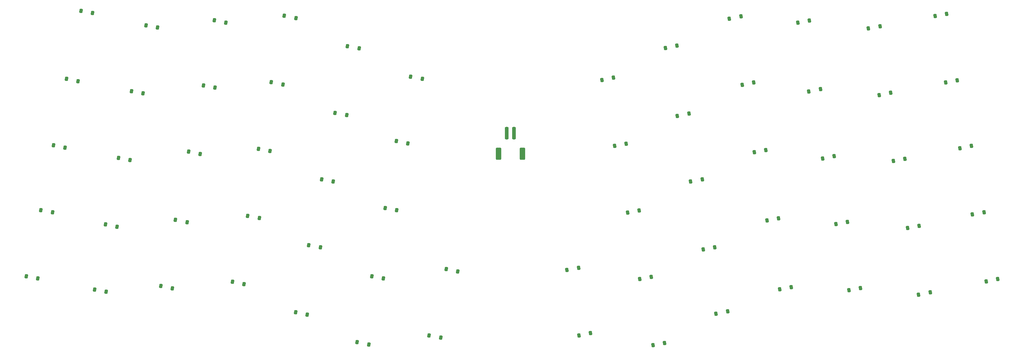
<source format=gbr>
%TF.GenerationSoftware,KiCad,Pcbnew,7.0.1-0*%
%TF.CreationDate,2024-04-27T23:40:22-07:00*%
%TF.ProjectId,swing-atreus,7377696e-672d-4617-9472-6575732e6b69,rev?*%
%TF.SameCoordinates,Original*%
%TF.FileFunction,Paste,Top*%
%TF.FilePolarity,Positive*%
%FSLAX46Y46*%
G04 Gerber Fmt 4.6, Leading zero omitted, Abs format (unit mm)*
G04 Created by KiCad (PCBNEW 7.0.1-0) date 2024-04-27 23:40:22*
%MOMM*%
%LPD*%
G01*
G04 APERTURE LIST*
G04 Aperture macros list*
%AMRoundRect*
0 Rectangle with rounded corners*
0 $1 Rounding radius*
0 $2 $3 $4 $5 $6 $7 $8 $9 X,Y pos of 4 corners*
0 Add a 4 corners polygon primitive as box body*
4,1,4,$2,$3,$4,$5,$6,$7,$8,$9,$2,$3,0*
0 Add four circle primitives for the rounded corners*
1,1,$1+$1,$2,$3*
1,1,$1+$1,$4,$5*
1,1,$1+$1,$6,$7*
1,1,$1+$1,$8,$9*
0 Add four rect primitives between the rounded corners*
20,1,$1+$1,$2,$3,$4,$5,0*
20,1,$1+$1,$4,$5,$6,$7,0*
20,1,$1+$1,$6,$7,$8,$9,0*
20,1,$1+$1,$8,$9,$2,$3,0*%
G04 Aperture macros list end*
%ADD10RoundRect,0.225000X0.149313X0.411042X-0.292419X0.325178X-0.149313X-0.411042X0.292419X-0.325178X0*%
%ADD11RoundRect,0.225000X0.292419X0.325178X-0.149313X0.411042X-0.292419X-0.325178X0.149313X-0.411042X0*%
%ADD12RoundRect,0.250000X-0.250000X-1.500000X0.250000X-1.500000X0.250000X1.500000X-0.250000X1.500000X0*%
%ADD13RoundRect,0.250001X-0.499999X-1.449999X0.499999X-1.449999X0.499999X1.449999X-0.499999X1.449999X0*%
G04 APERTURE END LIST*
D10*
%TO.C,D39*%
X260935630Y-93104670D03*
X264175000Y-92475000D03*
%TD*%
%TO.C,D41*%
X268160630Y-130554670D03*
X271400000Y-129925000D03*
%TD*%
%TO.C,D42*%
X271760630Y-148579670D03*
X275000000Y-147950000D03*
%TD*%
%TO.C,D43*%
X275485630Y-65854670D03*
X278725000Y-65225000D03*
%TD*%
%TO.C,D44*%
X279110630Y-84379670D03*
X282350000Y-83750000D03*
%TD*%
%TO.C,D45*%
X282460630Y-103304670D03*
X285700000Y-102675000D03*
%TD*%
%TO.C,D46*%
X286060630Y-122454670D03*
X289300000Y-121825000D03*
%TD*%
%TO.C,D47*%
X289560630Y-141754670D03*
X292800000Y-141125000D03*
%TD*%
%TO.C,D48*%
X294660630Y-66979670D03*
X297900000Y-66350000D03*
%TD*%
%TO.C,D33*%
X239785630Y-83029670D03*
X243025000Y-82400000D03*
%TD*%
%TO.C,D50*%
X301610630Y-105029670D03*
X304850000Y-104400000D03*
%TD*%
%TO.C,D34*%
X243385630Y-101554670D03*
X246625000Y-100925000D03*
%TD*%
%TO.C,D35*%
X247010630Y-120229670D03*
X250250000Y-119600000D03*
%TD*%
%TO.C,D36*%
X250375000Y-138875000D03*
X253614370Y-138245330D03*
%TD*%
%TO.C,D38*%
X257585630Y-74054670D03*
X260825000Y-73425000D03*
%TD*%
%TO.C,D40*%
X264660630Y-111504670D03*
X267900000Y-110875000D03*
%TD*%
%TO.C,D37*%
X254085630Y-157429670D03*
X257325000Y-156800000D03*
%TD*%
%TO.C,D49*%
X297760630Y-86254670D03*
X301000000Y-85625000D03*
%TD*%
%TO.C,D51*%
X305360630Y-123454670D03*
X308600000Y-122825000D03*
%TD*%
%TO.C,D52*%
X308960630Y-142004670D03*
X312200000Y-141375000D03*
%TD*%
%TO.C,D54*%
X317435630Y-87254670D03*
X320675000Y-86625000D03*
%TD*%
%TO.C,D55*%
X321410630Y-105779670D03*
X324650000Y-105150000D03*
%TD*%
%TO.C,D56*%
X325385630Y-124579670D03*
X328625000Y-123950000D03*
%TD*%
%TO.C,D53*%
X314435630Y-68579670D03*
X317675000Y-67950000D03*
%TD*%
%TO.C,D57*%
X328485630Y-143229670D03*
X331725000Y-142600000D03*
%TD*%
%TO.C,D58*%
X333110630Y-65104670D03*
X336350000Y-64475000D03*
%TD*%
%TO.C,D59*%
X336085630Y-83754670D03*
X339325000Y-83125000D03*
%TD*%
%TO.C,D60*%
X340060630Y-102179670D03*
X343300000Y-101550000D03*
%TD*%
%TO.C,D62*%
X347410630Y-139504670D03*
X350650000Y-138875000D03*
%TD*%
%TO.C,D63*%
X230030315Y-136339835D03*
X233269685Y-135710165D03*
%TD*%
%TO.C,D64*%
X233385630Y-154654670D03*
X236625000Y-154025000D03*
%TD*%
%TO.C,D61*%
X343560630Y-120729670D03*
X346800000Y-120100000D03*
%TD*%
D11*
%TO.C,D1*%
X97165234Y-64279470D03*
X93925864Y-63649800D03*
%TD*%
%TO.C,D2*%
X93100889Y-83354417D03*
X89861519Y-82724747D03*
%TD*%
%TO.C,D3*%
X89475518Y-102005333D03*
X86236148Y-101375663D03*
%TD*%
%TO.C,D4*%
X85945551Y-120165436D03*
X82706181Y-119535766D03*
%TD*%
%TO.C,D5*%
X81829367Y-138720948D03*
X78589997Y-138091278D03*
%TD*%
%TO.C,D6*%
X115377176Y-68328871D03*
X112137806Y-67699201D03*
%TD*%
%TO.C,D7*%
X111280072Y-86786220D03*
X108040702Y-86156550D03*
%TD*%
%TO.C,D8*%
X107635621Y-105535300D03*
X104396251Y-104905630D03*
%TD*%
%TO.C,D9*%
X104010250Y-124186216D03*
X100770880Y-123556546D03*
%TD*%
%TO.C,D10*%
X100971097Y-142441724D03*
X97731727Y-141812054D03*
%TD*%
%TO.C,D11*%
X134491324Y-66950702D03*
X131251954Y-66321032D03*
%TD*%
%TO.C,D12*%
X131452171Y-85206209D03*
X128212801Y-84576539D03*
%TD*%
%TO.C,D13*%
X127335987Y-103761721D03*
X124096617Y-103132051D03*
%TD*%
%TO.C,D14*%
X123615211Y-122903451D03*
X120375841Y-122273781D03*
%TD*%
%TO.C,D15*%
X119499027Y-141458963D03*
X116259657Y-140829293D03*
%TD*%
%TO.C,D16*%
X154096285Y-65667937D03*
X150856915Y-65038267D03*
%TD*%
%TO.C,D17*%
X150470914Y-84318853D03*
X147231544Y-83689183D03*
%TD*%
%TO.C,D18*%
X146845544Y-102969770D03*
X143606174Y-102340100D03*
%TD*%
%TO.C,D19*%
X143858230Y-121744712D03*
X140618860Y-121115042D03*
%TD*%
%TO.C,D20*%
X139594802Y-140271603D03*
X136355432Y-139641933D03*
%TD*%
%TO.C,D21*%
X171793157Y-74201443D03*
X168553787Y-73571773D03*
%TD*%
%TO.C,D22*%
X168315030Y-92880981D03*
X165075660Y-92251311D03*
%TD*%
%TO.C,D23*%
X164542415Y-111503276D03*
X161303045Y-110873606D03*
%TD*%
%TO.C,D24*%
X160955206Y-129957868D03*
X157715836Y-129328198D03*
%TD*%
%TO.C,D25*%
X157291673Y-148805109D03*
X154052303Y-148175439D03*
%TD*%
%TO.C,D26*%
X189490028Y-82734950D03*
X186250658Y-82105280D03*
%TD*%
%TO.C,D27*%
X185469248Y-100799649D03*
X182229878Y-100169979D03*
%TD*%
%TO.C,D28*%
X182334691Y-119545970D03*
X179095321Y-118916300D03*
%TD*%
%TO.C,D29*%
X178613916Y-138687700D03*
X175374546Y-138058030D03*
%TD*%
%TO.C,D30*%
X174507272Y-157194130D03*
X171267902Y-156564460D03*
%TD*%
%TO.C,D31*%
X199450625Y-136702049D03*
X196211255Y-136072379D03*
%TD*%
%TO.C,D32*%
X194667761Y-155280780D03*
X191428391Y-154651110D03*
%TD*%
D12*
%TO.C,J1*%
X213175000Y-97975000D03*
X215175000Y-97975000D03*
D13*
X210825000Y-103725000D03*
X217525000Y-103725000D03*
%TD*%
M02*

</source>
